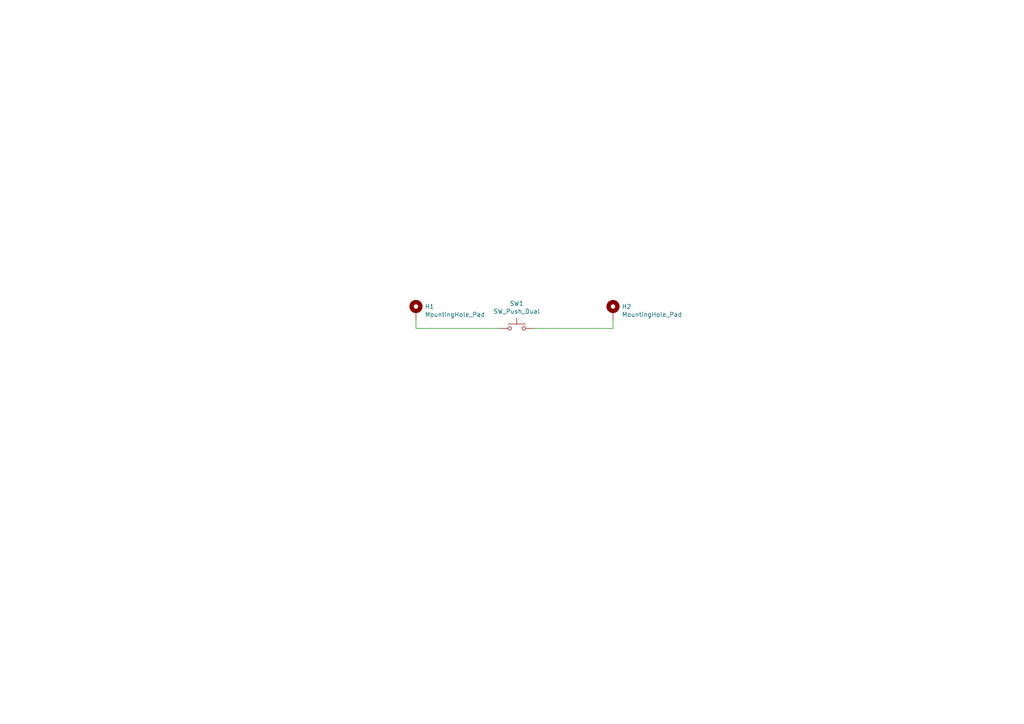
<source format=kicad_sch>
(kicad_sch (version 20230121) (generator eeschema)
  (paper "A4")
  (lib_symbols
    (symbol "Mechanical:MountingHole_Pad" (pin_numbers hide) (pin_names (offset 1.016) hide)
      (property "Reference" "H" (at 0 6.35 0))
      (property "Value" "MountingHole_Pad" (at 0 4.445 0))
      (symbol "MountingHole_Pad_0_1"
        (circle (center 0 1.27) (radius 1.27) (stroke (width 1.27)))
      )
      (symbol "MountingHole_Pad_1_1"
        (pin input line (at 0 -2.54 90) (length 2.54) (name "1") (number "1"))
      )
    )
    (symbol "Switch:SW_Push" (pin_numbers hide) (pin_names (offset 1.016) hide)
      (property "Reference" "SW" (at 1.27 2.54 0))
      (property "Value" "SW_Push" (at 0 -1.524 0))
      (symbol "SW_Push_0_1"
        (circle (center -2.032 0) (radius 0.508))
        (polyline (pts (xy 0 1.27) (xy 0 3.048)))
        (polyline (pts (xy 2.54 1.27) (xy -2.54 1.27)))
        (circle (center 2.032 0) (radius 0.508))
        (pin passive line (at -5.08 0 0) (length 2.54) (name "1") (number "1"))
        (pin passive line (at 5.08 0 180) (length 2.54) (name "2") (number "2"))
      )
    )
  )
  (wire (pts (xy 120.65 95.25) (xy 144.78 95.25)))
  (wire (pts (xy 154.94 95.25) (xy 177.8 95.25)))
  (wire (pts (xy 120.65 95.25) (xy 120.65 92.71)))
  (wire (pts (xy 177.8 92.71) (xy 177.8 95.25)))
  (symbol (lib_id "Switch:SW_Push") (at 149.86 95.25 0) (unit 1)
    (property "Reference" "SW1" (at 149.86 88.011 0))
    (property "Value" "SW_Push_Dual" (at 149.86 90.3224 0))
    (property "Footprint" "Button_Switch_THT:SW_PUSH_6mm" (effects hide))
  )
  (symbol (lib_id "Mechanical:MountingHole_Pad") (at 120.65 90.17 0) (unit 1)
    (property "Reference" "H1" (at 123.19 88.9254 0) (effects (justify left)))
    (property "Value" "MountingHole_Pad" (at 123.19 91.2368 0) (effects (justify left)))
    (property "Footprint" "MountingHole:MountingHole_3.2mm_M3_Pad_Via" (effects hide))
  )
  (symbol (lib_id "Mechanical:MountingHole_Pad") (at 177.8 90.17 0) (unit 1)
    (property "Reference" "H2" (at 180.34 88.9254 0) (effects (justify left)))
    (property "Value" "MountingHole_Pad" (at 180.34 91.2368 0) (effects (justify left)))
    (property "Footprint" "MountingHole:MountingHole_3.2mm_M3_Pad_Via" (effects hide))
  )
)
</source>
